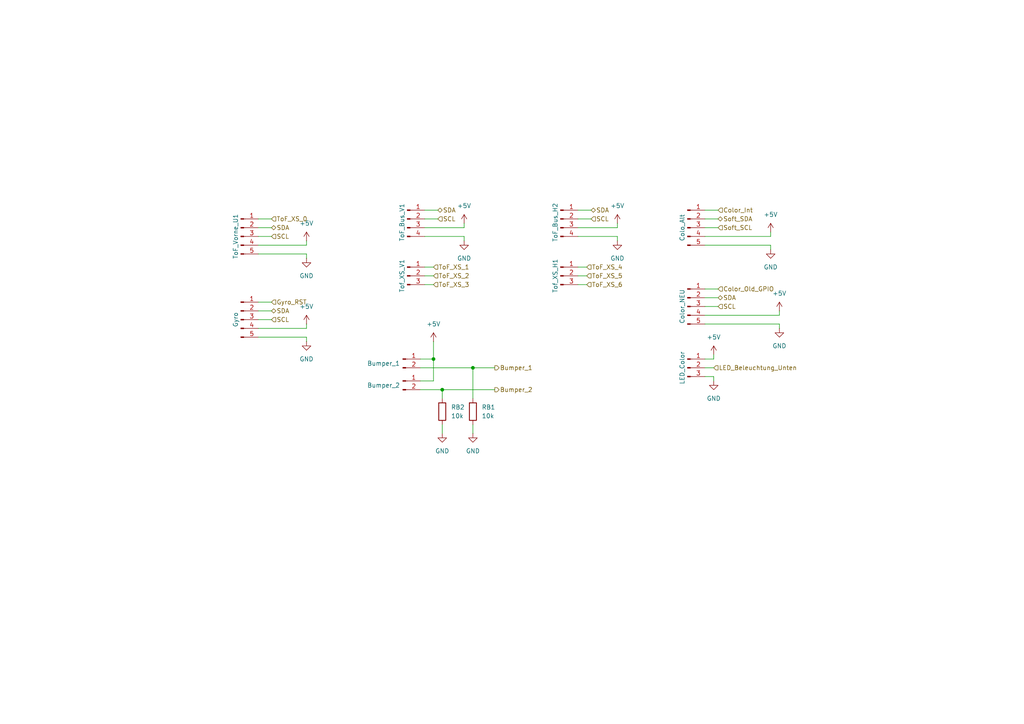
<source format=kicad_sch>
(kicad_sch (version 20250114) (generator "eeschema") (generator_version "9.0")
  (paper "A4")
  (lib_symbols
    (symbol "Connector:Conn_01x02_Pin" (pin_names (offset 1.016) (hide yes))
      (property "Reference" "J" (at 0 2.54 0))
      (property "Value" "Conn_01x02_Pin" (at 0 -5.08 0))
      (symbol "Conn_01x02_Pin_1_1"
        (rectangle (start 0.8636 0.127) (end 0 -0.127) (stroke (width 0.1524)) (fill (type outline)))
        (rectangle (start 0.8636 -2.413) (end 0 -2.667) (stroke (width 0.1524)) (fill (type outline)))
        (polyline (pts (xy 1.27 0) (xy 0.8636 0)) (stroke (width 0.1524)))
        (polyline (pts (xy 1.27 -2.54) (xy 0.8636 -2.54)) (stroke (width 0.1524)))
        (pin passive line (at 5.08 0 180) (length 3.81) (name "Pin_1") (number "1"))
        (pin passive line (at 5.08 -2.54 180) (length 3.81) (name "Pin_2") (number "2"))
      )
    )
    (symbol "Connector:Conn_01x03_Pin" (pin_names (offset 1.016) (hide yes))
      (property "Reference" "J" (at 0 5.08 0))
      (property "Value" "Conn_01x03_Pin" (at 0 -5.08 0))
      (symbol "Conn_01x03_Pin_1_1"
        (rectangle (start 0.8636 2.667) (end 0 2.413) (stroke (width 0.1524)) (fill (type outline)))
        (rectangle (start 0.8636 0.127) (end 0 -0.127) (stroke (width 0.1524)) (fill (type outline)))
        (rectangle (start 0.8636 -2.413) (end 0 -2.667) (stroke (width 0.1524)) (fill (type outline)))
        (polyline (pts (xy 1.27 2.54) (xy 0.8636 2.54)) (stroke (width 0.1524)))
        (polyline (pts (xy 1.27 0) (xy 0.8636 0)) (stroke (width 0.1524)))
        (polyline (pts (xy 1.27 -2.54) (xy 0.8636 -2.54)) (stroke (width 0.1524)))
        (pin passive line (at 5.08 2.54 180) (length 3.81) (name "Pin_1") (number "1"))
        (pin passive line (at 5.08 0 180) (length 3.81) (name "Pin_2") (number "2"))
        (pin passive line (at 5.08 -2.54 180) (length 3.81) (name "Pin_3") (number "3"))
      )
    )
    (symbol "Connector:Conn_01x04_Pin" (pin_names (offset 1.016) (hide yes))
      (property "Reference" "J" (at 0 5.08 0))
      (property "Value" "Conn_01x04_Pin" (at 0 -7.62 0))
      (symbol "Conn_01x04_Pin_1_1"
        (rectangle (start 0.8636 2.667) (end 0 2.413) (stroke (width 0.1524)) (fill (type outline)))
        (rectangle (start 0.8636 0.127) (end 0 -0.127) (stroke (width 0.1524)) (fill (type outline)))
        (rectangle (start 0.8636 -2.413) (end 0 -2.667) (stroke (width 0.1524)) (fill (type outline)))
        (rectangle (start 0.8636 -4.953) (end 0 -5.207) (stroke (width 0.1524)) (fill (type outline)))
        (polyline (pts (xy 1.27 2.54) (xy 0.8636 2.54)) (stroke (width 0.1524)))
        (polyline (pts (xy 1.27 0) (xy 0.8636 0)) (stroke (width 0.1524)))
        (polyline (pts (xy 1.27 -2.54) (xy 0.8636 -2.54)) (stroke (width 0.1524)))
        (polyline (pts (xy 1.27 -5.08) (xy 0.8636 -5.08)) (stroke (width 0.1524)))
        (pin passive line (at 5.08 2.54 180) (length 3.81) (name "Pin_1") (number "1"))
        (pin passive line (at 5.08 0 180) (length 3.81) (name "Pin_2") (number "2"))
        (pin passive line (at 5.08 -2.54 180) (length 3.81) (name "Pin_3") (number "3"))
        (pin passive line (at 5.08 -5.08 180) (length 3.81) (name "Pin_4") (number "4"))
      )
    )
    (symbol "Connector:Conn_01x05_Pin" (pin_names (offset 1.016) (hide yes))
      (property "Reference" "J" (at 0 7.62 0))
      (property "Value" "Conn_01x05_Pin" (at 0 -7.62 0))
      (symbol "Conn_01x05_Pin_1_1"
        (rectangle (start 0.8636 5.207) (end 0 4.953) (stroke (width 0.1524)) (fill (type outline)))
        (rectangle (start 0.8636 2.667) (end 0 2.413) (stroke (width 0.1524)) (fill (type outline)))
        (rectangle (start 0.8636 0.127) (end 0 -0.127) (stroke (width 0.1524)) (fill (type outline)))
        (rectangle (start 0.8636 -2.413) (end 0 -2.667) (stroke (width 0.1524)) (fill (type outline)))
        (rectangle (start 0.8636 -4.953) (end 0 -5.207) (stroke (width 0.1524)) (fill (type outline)))
        (polyline (pts (xy 1.27 5.08) (xy 0.8636 5.08)) (stroke (width 0.1524)))
        (polyline (pts (xy 1.27 2.54) (xy 0.8636 2.54)) (stroke (width 0.1524)))
        (polyline (pts (xy 1.27 0) (xy 0.8636 0)) (stroke (width 0.1524)))
        (polyline (pts (xy 1.27 -2.54) (xy 0.8636 -2.54)) (stroke (width 0.1524)))
        (polyline (pts (xy 1.27 -5.08) (xy 0.8636 -5.08)) (stroke (width 0.1524)))
        (pin passive line (at 5.08 5.08 180) (length 3.81) (name "Pin_1") (number "1"))
        (pin passive line (at 5.08 2.54 180) (length 3.81) (name "Pin_2") (number "2"))
        (pin passive line (at 5.08 0 180) (length 3.81) (name "Pin_3") (number "3"))
        (pin passive line (at 5.08 -2.54 180) (length 3.81) (name "Pin_4") (number "4"))
        (pin passive line (at 5.08 -5.08 180) (length 3.81) (name "Pin_5") (number "5"))
      )
    )
    (symbol "Device:R" (pin_numbers (hide yes)) (pin_names (offset 0))
      (property "Reference" "R" (at 2.032 0 90))
      (property "Value" "R" (at 0 0 90))
      (symbol "R_0_1"
        (rectangle (start -1.016 -2.54) (end 1.016 2.54) (stroke (width 0.254)))
      )
      (symbol "R_1_1"
        (pin passive line (at 0 3.81 270) (length 1.27) (name "~") (number "1"))
        (pin passive line (at 0 -3.81 90) (length 1.27) (name "~") (number "2"))
      )
    )
    (symbol "power:+5V" (power) (pin_numbers (hide yes)) (pin_names (offset 0) (hide yes))
      (property "Value" "+5V" (at 0 3.556 0))
      (symbol "+5V_0_1"
        (polyline (pts (xy -0.762 1.27) (xy 0 2.54)))
        (polyline (pts (xy 0 2.54) (xy 0.762 1.27)))
        (polyline (pts (xy 0 0) (xy 0 2.54)))
      )
      (symbol "+5V_1_1"
        (pin power_in line (at 0 0 90) (length 0) (name "~") (number "1"))
      )
    )
    (symbol "power:GND" (power) (pin_numbers (hide yes)) (pin_names (offset 0) (hide yes))
      (property "Value" "GND" (at 0 -3.81 0))
      (symbol "GND_0_1"
        (polyline (pts (xy 0 0) (xy 0 -1.27) (xy 1.27 -1.27) (xy 0 -2.54) (xy -1.27 -1.27) (xy 0 -1.27)))
      )
      (symbol "GND_1_1"
        (pin power_in line (at 0 0 270) (length 0) (name "~") (number "1"))
      )
    )
  )
  (junction (at 125.73 104.14))
  (junction (at 137.16 106.68))
  (junction (at 128.27 113.03))
  (wire (pts (xy 74.93 97.79) (xy 88.9 97.79)))
  (wire (pts (xy 88.9 69.85) (xy 88.9 71.12)))
  (wire (pts (xy 207.01 102.87) (xy 207.01 104.14)))
  (wire (pts (xy 123.19 63.5) (xy 127 63.5)))
  (wire (pts (xy 128.27 113.03) (xy 128.27 115.57)))
  (wire (pts (xy 88.9 93.98) (xy 88.9 95.25)))
  (wire (pts (xy 204.47 83.82) (xy 208.28 83.82)))
  (wire (pts (xy 128.27 113.03) (xy 143.51 113.03)))
  (wire (pts (xy 204.47 106.68) (xy 207.01 106.68)))
  (wire (pts (xy 134.62 68.58) (xy 134.62 69.85)))
  (wire (pts (xy 74.93 71.12) (xy 88.9 71.12)))
  (wire (pts (xy 179.07 64.77) (xy 179.07 66.04)))
  (wire (pts (xy 167.64 66.04) (xy 179.07 66.04)))
  (wire (pts (xy 74.93 92.71) (xy 78.74 92.71)))
  (wire (pts (xy 167.64 63.5) (xy 171.45 63.5)))
  (wire (pts (xy 74.93 90.17) (xy 78.74 90.17)))
  (wire (pts (xy 167.64 80.01) (xy 170.18 80.01)))
  (wire (pts (xy 204.47 109.22) (xy 207.01 109.22)))
  (wire (pts (xy 74.93 87.63) (xy 78.74 87.63)))
  (wire (pts (xy 223.52 67.31) (xy 223.52 68.58)))
  (wire (pts (xy 121.92 110.49) (xy 125.73 110.49)))
  (wire (pts (xy 125.73 99.06) (xy 125.73 104.14)))
  (wire (pts (xy 134.62 64.77) (xy 134.62 66.04)))
  (wire (pts (xy 123.19 80.01) (xy 125.73 80.01)))
  (wire (pts (xy 121.92 106.68) (xy 137.16 106.68)))
  (wire (pts (xy 128.27 123.19) (xy 128.27 125.73)))
  (wire (pts (xy 204.47 93.98) (xy 226.06 93.98)))
  (wire (pts (xy 204.47 60.96) (xy 208.28 60.96)))
  (wire (pts (xy 74.93 73.66) (xy 88.9 73.66)))
  (wire (pts (xy 123.19 68.58) (xy 134.62 68.58)))
  (wire (pts (xy 204.47 63.5) (xy 208.28 63.5)))
  (wire (pts (xy 74.93 68.58) (xy 78.74 68.58)))
  (wire (pts (xy 123.19 77.47) (xy 125.73 77.47)))
  (wire (pts (xy 204.47 88.9) (xy 208.28 88.9)))
  (wire (pts (xy 88.9 99.06) (xy 88.9 97.79)))
  (wire (pts (xy 137.16 106.68) (xy 143.51 106.68)))
  (wire (pts (xy 88.9 74.93) (xy 88.9 73.66)))
  (wire (pts (xy 226.06 95.25) (xy 226.06 93.98)))
  (wire (pts (xy 167.64 60.96) (xy 171.45 60.96)))
  (wire (pts (xy 167.64 77.47) (xy 170.18 77.47)))
  (wire (pts (xy 167.64 68.58) (xy 179.07 68.58)))
  (wire (pts (xy 204.47 66.04) (xy 208.28 66.04)))
  (wire (pts (xy 204.47 71.12) (xy 223.52 71.12)))
  (wire (pts (xy 123.19 60.96) (xy 127 60.96)))
  (wire (pts (xy 167.64 82.55) (xy 170.18 82.55)))
  (wire (pts (xy 123.19 66.04) (xy 134.62 66.04)))
  (wire (pts (xy 74.93 63.5) (xy 78.74 63.5)))
  (wire (pts (xy 121.92 113.03) (xy 128.27 113.03)))
  (wire (pts (xy 226.06 90.17) (xy 226.06 91.44)))
  (wire (pts (xy 223.52 72.39) (xy 223.52 71.12)))
  (wire (pts (xy 204.47 68.58) (xy 223.52 68.58)))
  (wire (pts (xy 179.07 68.58) (xy 179.07 69.85)))
  (wire (pts (xy 137.16 106.68) (xy 137.16 115.57)))
  (wire (pts (xy 123.19 82.55) (xy 125.73 82.55)))
  (wire (pts (xy 74.93 66.04) (xy 78.74 66.04)))
  (wire (pts (xy 125.73 104.14) (xy 125.73 110.49)))
  (wire (pts (xy 137.16 123.19) (xy 137.16 125.73)))
  (wire (pts (xy 207.01 109.22) (xy 207.01 110.49)))
  (wire (pts (xy 74.93 95.25) (xy 88.9 95.25)))
  (wire (pts (xy 204.47 86.36) (xy 208.28 86.36)))
  (wire (pts (xy 204.47 104.14) (xy 207.01 104.14)))
  (wire (pts (xy 204.47 91.44) (xy 226.06 91.44)))
  (wire (pts (xy 121.92 104.14) (xy 125.73 104.14)))
  (hierarchical_label "SDA" (shape bidirectional) (at 78.74 90.17 0))
  (hierarchical_label "Bumper_1" (shape output) (at 143.51 106.68 0))
  (hierarchical_label "SCL" (shape input) (at 171.45 63.5 0))
  (hierarchical_label "SDA" (shape bidirectional) (at 78.74 66.04 0))
  (hierarchical_label "SCL" (shape input) (at 127 63.5 0))
  (hierarchical_label "ToF_XS_2" (shape input) (at 125.73 80.01 0))
  (hierarchical_label "ToF_XS_0" (shape input) (at 78.74 63.5 0))
  (hierarchical_label "SCL" (shape input) (at 78.74 92.71 0))
  (hierarchical_label "ToF_XS_4" (shape input) (at 170.18 77.47 0))
  (hierarchical_label "Color_Int" (shape input) (at 208.28 60.96 0))
  (hierarchical_label "Soft_SCL" (shape input) (at 208.28 66.04 0))
  (hierarchical_label "ToF_XS_1" (shape input) (at 125.73 77.47 0))
  (hierarchical_label "ToF_XS_5" (shape input) (at 170.18 80.01 0))
  (hierarchical_label "Bumper_2" (shape output) (at 143.51 113.03 0))
  (hierarchical_label "Soft_SDA" (shape bidirectional) (at 208.28 63.5 0))
  (hierarchical_label "Gyro_RST" (shape input) (at 78.74 87.63 0))
  (hierarchical_label "Color_Old_GPIO" (shape input) (at 208.28 83.82 0))
  (hierarchical_label "SCL" (shape input) (at 208.28 88.9 0))
  (hierarchical_label "SDA" (shape bidirectional) (at 208.28 86.36 0))
  (hierarchical_label "SCL" (shape input) (at 78.74 68.58 0))
  (hierarchical_label "SDA" (shape bidirectional) (at 171.45 60.96 0))
  (hierarchical_label "ToF_XS_3" (shape input) (at 125.73 82.55 0))
  (hierarchical_label "ToF_XS_6" (shape input) (at 170.18 82.55 0))
  (hierarchical_label "SDA" (shape bidirectional) (at 127 60.96 0))
  (hierarchical_label "LED_Beleuchtung_Unten" (shape input) (at 207.01 106.68 0))
  (symbol (lib_id "Connector:Conn_01x04_Pin") (at 162.56 63.5 0) (unit 1)
    (property "Reference" "ToF_Bus_H2" (at 161.036 64.516 90))
    (property "Value" "Conn_01x04_Pin" (effects (hide yes)))
    (property "Description" "Generic connector, single row, 01x04, script generated" (effects (hide yes)))
  )
  (symbol (lib_id "power:GND") (at 179.07 69.85 0) (unit 1)
    (property "Reference" "#PWR08" (effects (hide yes)))
    (property "Value" "GND" (at 179.07 74.93 0))
    (property "Description" "Power symbol creates a global label with name \"GND\" , ground" (effects (hide yes)))
  )
  (symbol (lib_id "power:+5V") (at 223.52 67.31 0) (unit 1)
    (property "Reference" "#PWR012" (effects (hide yes)))
    (property "Value" "+5V" (at 223.52 62.23 0))
    (property "Description" "Power symbol creates a global label with name \"+5V\"" (effects (hide yes)))
  )
  (symbol (lib_id "Connector:Conn_01x05_Pin") (at 199.39 88.9 0) (unit 1)
    (property "Reference" "Color_NEU" (at 197.866 88.9 90))
    (property "Value" "Conn_01x05_Pin" (effects (hide yes)))
    (property "Description" "Generic connector, single row, 01x05, script generated" (effects (hide yes)))
  )
  (symbol (lib_id "Connector:Conn_01x04_Pin") (at 118.11 63.5 0) (unit 1)
    (property "Reference" "ToF_Bus_V1" (at 116.586 64.516 90))
    (property "Value" "Conn_01x04_Pin" (effects (hide yes)))
    (property "Description" "Generic connector, single row, 01x04, script generated" (effects (hide yes)))
  )
  (symbol (lib_id "power:+5V") (at 226.06 90.17 0) (unit 1)
    (property "Reference" "#PWR014" (effects (hide yes)))
    (property "Value" "+5V" (at 226.06 85.09 0))
    (property "Description" "Power symbol creates a global label with name \"+5V\"" (effects (hide yes)))
  )
  (symbol (lib_id "power:+5V") (at 134.62 64.77 0) (unit 1)
    (property "Reference" "#PWR01" (effects (hide yes)))
    (property "Value" "+5V" (at 134.62 59.69 0))
    (property "Description" "Power symbol creates a global label with name \"+5V\"" (effects (hide yes)))
  )
  (symbol (lib_id "power:+5V") (at 88.9 93.98 0) (unit 1)
    (property "Reference" "#PWR018" (effects (hide yes)))
    (property "Value" "+5V" (at 88.9 88.9 0))
    (property "Description" "Power symbol creates a global label with name \"+5V\"" (effects (hide yes)))
  )
  (symbol (lib_id "power:GND") (at 226.06 95.25 0) (unit 1)
    (property "Reference" "#PWR015" (effects (hide yes)))
    (property "Value" "GND" (at 226.06 100.33 0))
    (property "Description" "Power symbol creates a global label with name \"GND\" , ground" (effects (hide yes)))
  )
  (symbol (lib_id "power:GND") (at 88.9 99.06 0) (unit 1)
    (property "Reference" "#PWR019" (effects (hide yes)))
    (property "Value" "GND" (at 88.9 104.14 0))
    (property "Description" "Power symbol creates a global label with name \"GND\" , ground" (effects (hide yes)))
  )
  (symbol (lib_id "Connector:Conn_01x03_Pin") (at 199.39 106.68 0) (unit 1)
    (property "Reference" "LED_Color" (at 197.866 106.68 90))
    (property "Value" "Conn_01x03_Pin" (effects (hide yes)))
    (property "Description" "Generic connector, single row, 01x03, script generated" (effects (hide yes)))
  )
  (symbol (lib_id "power:+5V") (at 125.73 99.06 0) (unit 1)
    (property "Reference" "#PWR09" (effects (hide yes)))
    (property "Value" "+5V" (at 125.73 93.98 0))
    (property "Description" "Power symbol creates a global label with name \"+5V\"" (effects (hide yes)))
  )
  (symbol (lib_id "Connector:Conn_01x05_Pin") (at 69.85 68.58 0) (unit 1)
    (property "Reference" "ToF_Vorne_U1" (at 68.326 68.58 90))
    (property "Value" "Conn_01x05_Pin" (effects (hide yes)))
    (property "Description" "Generic connector, single row, 01x05, script generated" (effects (hide yes)))
  )
  (symbol (lib_id "Connector:Conn_01x02_Pin") (at 116.84 104.14 0) (unit 1)
    (property "Reference" "Bumper_1" (at 111.252 105.41 0))
    (property "Value" "Conn_01x02_Pin" (effects (hide yes)))
    (property "Description" "Generic connector, single row, 01x02, script generated" (effects (hide yes)))
  )
  (symbol (lib_id "Connector:Conn_01x02_Pin") (at 116.84 110.49 0) (unit 1)
    (property "Reference" "Bumper_2" (at 111.252 111.76 0))
    (property "Value" "Conn_01x02_Pin" (effects (hide yes)))
    (property "Description" "Generic connector, single row, 01x02, script generated" (effects (hide yes)))
  )
  (symbol (lib_id "Connector:Conn_01x05_Pin") (at 69.85 92.71 0) (unit 1)
    (property "Reference" "Gyro" (at 68.326 92.71 90))
    (property "Value" "Conn_01x05_Pin" (effects (hide yes)))
    (property "Description" "Generic connector, single row, 01x05, script generated" (effects (hide yes)))
  )
  (symbol (lib_id "power:GND") (at 137.16 125.73 0) (unit 1)
    (property "Reference" "#PWR011" (effects (hide yes)))
    (property "Value" "GND" (at 137.16 130.81 0))
    (property "Description" "Power symbol creates a global label with name \"GND\" , ground" (effects (hide yes)))
  )
  (symbol (lib_id "power:GND") (at 207.01 110.49 0) (unit 1)
    (property "Reference" "#PWR029" (effects (hide yes)))
    (property "Value" "GND" (at 207.01 115.57 0))
    (property "Description" "Power symbol creates a global label with name \"GND\" , ground" (effects (hide yes)))
  )
  (symbol (lib_id "power:+5V") (at 207.01 102.87 0) (unit 1)
    (property "Reference" "#PWR028" (effects (hide yes)))
    (property "Value" "+5V" (at 207.01 97.79 0))
    (property "Description" "Power symbol creates a global label with name \"+5V\"" (effects (hide yes)))
  )
  (symbol (lib_id "Device:R") (at 137.16 119.38 0) (unit 1)
    (property "Reference" "RB1" (at 139.7 118.1099 0) (effects (justify left)))
    (property "Value" "10k" (at 139.7 120.6499 0) (effects (justify left)))
    (property "Footprint" "Resistor_SMD:R_1206_3216Metric_Pad1.30x1.75mm_HandSolder" (effects (hide yes)))
    (property "Description" "Resistor" (effects (hide yes)))
  )
  (symbol (lib_id "power:GND") (at 88.9 74.93 0) (unit 1)
    (property "Reference" "#PWR017" (effects (hide yes)))
    (property "Value" "GND" (at 88.9 80.01 0))
    (property "Description" "Power symbol creates a global label with name \"GND\" , ground" (effects (hide yes)))
  )
  (symbol (lib_id "power:GND") (at 134.62 69.85 0) (unit 1)
    (property "Reference" "#PWR02" (effects (hide yes)))
    (property "Value" "GND" (at 134.62 74.93 0))
    (property "Description" "Power symbol creates a global label with name \"GND\" , ground" (effects (hide yes)))
  )
  (symbol (lib_id "power:GND") (at 128.27 125.73 0) (unit 1)
    (property "Reference" "#PWR010" (effects (hide yes)))
    (property "Value" "GND" (at 128.27 130.81 0))
    (property "Description" "Power symbol creates a global label with name \"GND\" , ground" (effects (hide yes)))
  )
  (symbol (lib_id "Connector:Conn_01x03_Pin") (at 118.11 80.01 0) (unit 1)
    (property "Reference" "Tof_XS_V1" (at 116.586 80.01 90))
    (property "Value" "Conn_01x03_Pin" (effects (hide yes)))
    (property "Description" "Generic connector, single row, 01x03, script generated" (effects (hide yes)))
  )
  (symbol (lib_id "power:+5V") (at 179.07 64.77 0) (unit 1)
    (property "Reference" "#PWR03" (effects (hide yes)))
    (property "Value" "+5V" (at 179.07 59.69 0))
    (property "Description" "Power symbol creates a global label with name \"+5V\"" (effects (hide yes)))
  )
  (symbol (lib_id "Connector:Conn_01x03_Pin") (at 162.56 80.01 0) (unit 1)
    (property "Reference" "Tof_XS_H1" (at 161.036 80.01 90))
    (property "Value" "Conn_01x03_Pin" (effects (hide yes)))
    (property "Description" "Generic connector, single row, 01x03, script generated" (effects (hide yes)))
  )
  (symbol (lib_id "Connector:Conn_01x05_Pin") (at 199.39 66.04 0) (unit 1)
    (property "Reference" "Colo_Alt" (at 197.866 66.04 90))
    (property "Value" "Conn_01x05_Pin" (effects (hide yes)))
    (property "Description" "Generic connector, single row, 01x05, script generated" (effects (hide yes)))
  )
  (symbol (lib_id "power:+5V") (at 88.9 69.85 0) (unit 1)
    (property "Reference" "#PWR016" (effects (hide yes)))
    (property "Value" "+5V" (at 88.9 64.77 0))
    (property "Description" "Power symbol creates a global label with name \"+5V\"" (effects (hide yes)))
  )
  (symbol (lib_id "Device:R") (at 128.27 119.38 0) (unit 1)
    (property "Reference" "RB2" (at 130.81 118.1099 0) (effects (justify left)))
    (property "Value" "10k" (at 130.81 120.6499 0) (effects (justify left)))
    (property "Footprint" "Resistor_SMD:R_1206_3216Metric_Pad1.30x1.75mm_HandSolder" (effects (hide yes)))
    (property "Description" "Resistor" (effects (hide yes)))
  )
  (symbol (lib_id "power:GND") (at 223.52 72.39 0) (unit 1)
    (property "Reference" "#PWR013" (effects (hide yes)))
    (property "Value" "GND" (at 223.52 77.47 0))
    (property "Description" "Power symbol creates a global label with name \"GND\" , ground" (effects (hide yes)))
  )
)
</source>
